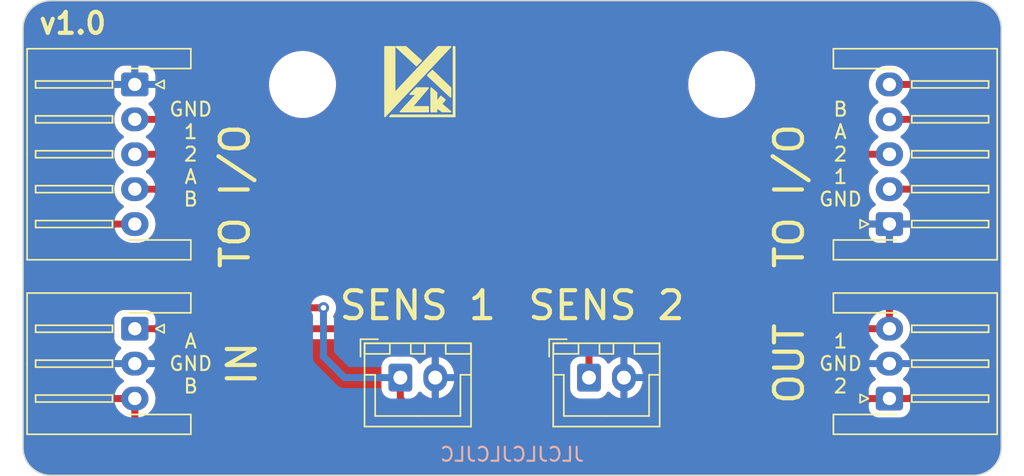
<source format=kicad_pcb>
(kicad_pcb (version 20221018) (generator pcbnew)
  (layers (0 "F.Cu" signal) (31 "B.Cu" signal) (34 "B.Paste" user) (35 "F.Paste" user) (36 "B.SilkS" user "B.Silkscreen") (37 "F.SilkS" user "F.Silkscreen") (38 "B.Mask" user) (39 "F.Mask" user) (44 "Edge.Cuts" user))
  (net 0 "")
  (net 1 "SENS_1")
  (net 2 "GND")
  (net 3 "SENS_2")
  (net 4 "SENS_A")
  (net 5 "SENS_B")
  (footprint "Connector_JST:JST_XH_B2B-XH-A_1x02_P2.50mm_Vertical" (layer "F.Cu") (at 107 91)
    (fp_text reference "J1" hide)
    (fp_text value "XH-2")
    (fp_line (start -2.85 -2.75) (end -2.85 -1.5) (stroke (width 0.12)) (layer "F.SilkS"))
    (fp_line (start -2.56 -2.46) (end -2.56 3.51) (stroke (width 0.12)) (layer "F.SilkS"))
    (fp_line (start -2.56 3.51) (end 5.06 3.51) (stroke (width 0.12)) (layer "F.SilkS"))
    (fp_line (start -2.55 -2.45) (end -2.55 -1.7) (stroke (width 0.12)) (layer "F.SilkS"))
    (fp_line (start -2.55 -1.7) (end -0.75 -1.7) (stroke (width 0.12)) (layer "F.SilkS"))
    (fp_line (start -2.55 -0.2) (end -1.8 -0.2) (stroke (width 0.12)) (layer "F.SilkS"))
    (fp_line (start -1.8 -0.2) (end -1.8 2.75) (stroke (width 0.12)) (layer "F.SilkS"))
    (fp_line (start -1.8 2.75) (end 1.25 2.75) (stroke (width 0.12)) (layer "F.SilkS"))
    (fp_line (start -1.6 -2.75) (end -2.85 -2.75) (stroke (width 0.12)) (layer "F.SilkS"))
    (fp_line (start -0.75 -2.45) (end -2.55 -2.45) (stroke (width 0.12)) (layer "F.SilkS"))
    (fp_line (start -0.75 -1.7) (end -0.75 -2.45) (stroke (width 0.12)) (layer "F.SilkS"))
    (fp_line (start 0.75 -2.45) (end 0.75 -1.7) (stroke (width 0.12)) (layer "F.SilkS"))
    (fp_line (start 0.75 -1.7) (end 1.75 -1.7) (stroke (width 0.12)) (layer "F.SilkS"))
    (fp_line (start 1.75 -2.45) (end 0.75 -2.45) (stroke (width 0.12)) (layer "F.SilkS"))
    (fp_line (start 1.75 -1.7) (end 1.75 -2.45) (stroke (width 0.12)) (layer "F.SilkS"))
    (fp_line (start 3.25 -2.45) (end 3.25 -1.7) (stroke (width 0.12)) (layer "F.SilkS"))
    (fp_line (start 3.25 -1.7) (end 5.05 -1.7) (stroke (width 0.12)) (layer "F.SilkS"))
    (fp_line (start 4.3 -0.2) (end 4.3 2.75) (stroke (width 0.12)) (layer "F.SilkS"))
    (fp_line (start 4.3 2.75) (end 1.25 2.75) (stroke (width 0.12)) (layer "F.SilkS"))
    (fp_line (start 5.05 -2.45) (end 3.25 -2.45) (stroke (width 0.12)) (layer "F.SilkS"))
    (fp_line (start 5.05 -1.7) (end 5.05 -2.45) (stroke (width 0.12)) (layer "F.SilkS"))
    (fp_line (start 5.05 -0.2) (end 4.3 -0.2) (stroke (width 0.12)) (layer "F.SilkS"))
    (fp_line (start 5.06 -2.46) (end -2.56 -2.46) (stroke (width 0.12)) (layer "F.SilkS"))
    (fp_line (start 5.06 3.51) (end 5.06 -2.46) (stroke (width 0.12)) (layer "F.SilkS"))
    (pad "1" thru_hole roundrect (at 0 0) (size 1.7 2) (drill 1) (layers "*.Cu" "*.Mask") (roundrect_rratio 0.1470588235) (net 1 "SENS_1"))
    (pad "2" thru_hole oval (at 2.5 0) (size 1.7 2) (drill 1) (layers "*.Cu" "*.Mask") (net 2 "GND"))
  )
  (footprint "MountingHole:MountingHole_4.3mm_M4" (layer "F.Cu") (at 100 70)
    (fp_text reference "H1" hide)
    (fp_text value "M4 Hole")
    (pad "" np_thru_hole circle (at 0 0) (size 4.3 4.3) (drill 4.3) (layers "*.Cu" "*.Mask"))
  )
  (footprint "Connector_JST:JST_XH_S5B-XH-A-1_1x05_P2.50mm_Horizontal" (layer "F.Cu") (at 142 80 90)
    (fp_text reference "J6" hide)
    (fp_text value "XH-5")
    (fp_line (start -2.56 -4.01) (end -1.14 -4.01) (stroke (width 0.12)) (layer "F.SilkS"))
    (fp_line (start -2.56 7.71) (end -2.56 -4.01) (stroke (width 0.12)) (layer "F.SilkS"))
    (fp_line (start -1.14 -4.01) (end -1.14 0.49) (stroke (width 0.12)) (layer "F.SilkS"))
    (fp_line (start -0.3 -2.1) (end 0.3 -2.1) (stroke (width 0.12)) (layer "F.SilkS"))
    (fp_line (start -0.25 1.6) (end -0.25 7.1) (stroke (width 0.12)) (layer "F.SilkS"))
    (fp_line (start -0.25 7.1) (end 0.25 7.1) (stroke (width 0.12)) (layer "F.SilkS"))
    (fp_line (start 0 -1.5) (end -0.3 -2.1) (stroke (width 0.12)) (layer "F.SilkS"))
    (fp_line (start 0.25 1.6) (end -0.25 1.6) (stroke (width 0.12)) (layer "F.SilkS"))
    (fp_line (start 0.25 7.1) (end 0.25 1.6) (stroke (width 0.12)) (layer "F.SilkS"))
    (fp_line (start 0.3 -2.1) (end 0 -1.5) (stroke (width 0.12)) (layer "F.SilkS"))
    (fp_line (start 2.25 1.6) (end 2.25 7.1) (stroke (width 0.12)) (layer "F.SilkS"))
    (fp_line (start 2.25 7.1) (end 2.75 7.1) (stroke (width 0.12)) (layer "F.SilkS"))
    (fp_line (start 2.75 1.6) (end 2.25 1.6) (stroke (width 0.12)) (layer "F.SilkS"))
    (fp_line (start 2.75 7.1) (end 2.75 1.6) (stroke (width 0.12)) (layer "F.SilkS"))
    (fp_line (start 4.75 1.6) (end 4.75 7.1) (stroke (width 0.12)) (layer "F.SilkS"))
    (fp_line (start 4.75 7.1) (end 5.25 7.1) (stroke (width 0.12)) (layer "F.SilkS"))
    (fp_line (start 5 7.71) (end -2.56 7.71) (stroke (width 0.12)) (layer "F.SilkS"))
    (fp_line (start 5 7.71) (end 12.56 7.71) (stroke (width 0.12)) (layer "F.SilkS"))
    (fp_line (start 5.25 1.6) (end 4.75 1.6) (stroke (width 0.12)) (layer "F.SilkS"))
    (fp_line (start 5.25 7.1) (end 5.25 1.6) (stroke (width 0.12)) (layer "F.SilkS"))
    (fp_line (start 7.25 1.6) (end 7.25 7.1) (stroke (width 0.12)) (layer "F.SilkS"))
    (fp_line (start 7.25 7.1) (end 7.75 7.1) (stroke (width 0.12)) (layer "F.SilkS"))
    (fp_line (start 7.75 1.6) (end 7.25 1.6) (stroke (width 0.12)) (layer "F.SilkS"))
    (fp_line (start 7.75 7.1) (end 7.75 1.6) (stroke (width 0.12)) (layer "F.SilkS"))
    (fp_line (start 9.75 1.6) (end 9.75 7.1) (stroke (width 0.12)) (layer "F.SilkS"))
    (fp_line (start 9.75 7.1) (end 10.25 7.1) (stroke (width 0.12)) (layer "F.SilkS"))
    (fp_line (start 10.25 1.6) (end 9.75 1.6) (stroke (width 0.12)) (layer "F.SilkS"))
    (fp_line (start 10.25 7.1) (end 10.25 1.6) (stroke (width 0.12)) (layer "F.SilkS"))
    (fp_line (start 11.14 -4.01) (end 11.14 0.49) (stroke (width 0.12)) (layer "F.SilkS"))
    (fp_line (start 12.56 -4.01) (end 11.14 -4.01) (stroke (width 0.12)) (layer "F.SilkS"))
    (fp_line (start 12.56 7.71) (end 12.56 -4.01) (stroke (width 0.12)) (layer "F.SilkS"))
    (pad "1" thru_hole roundrect (at 0 0 90) (size 1.7 1.95) (drill 0.95) (layers "*.Cu" "*.Mask") (roundrect_rratio 0.1470588235) (net 2 "GND"))
    (pad "2" thru_hole oval (at 2.5 0 90) (size 1.7 1.95) (drill 0.95) (layers "*.Cu" "*.Mask") (net 1 "SENS_1"))
    (pad "3" thru_hole oval (at 5 0 90) (size 1.7 1.95) (drill 0.95) (layers "*.Cu" "*.Mask") (net 3 "SENS_2"))
    (pad "4" thru_hole oval (at 7.5 0 90) (size 1.7 1.95) (drill 0.95) (layers "*.Cu" "*.Mask") (net 4 "SENS_A"))
    (pad "5" thru_hole oval (at 10 0 90) (size 1.7 1.95) (drill 0.95) (layers "*.Cu" "*.Mask") (net 5 "SENS_B"))
  )
  (footprint "Connector_JST:JST_XH_S3B-XH-A-1_1x03_P2.50mm_Horizontal" (layer "F.Cu") (at 88 87.5 -90)
    (fp_text reference "J4" hide)
    (fp_text value "XH-3")
    (fp_line (start -2.56 -4.01) (end -1.14 -4.01) (stroke (width 0.12)) (layer "F.SilkS"))
    (fp_line (start -2.56 7.71) (end -2.56 -4.01) (stroke (width 0.12)) (layer "F.SilkS"))
    (fp_line (start -1.14 -4.01) (end -1.14 0.49) (stroke (width 0.12)) (layer "F.SilkS"))
    (fp_line (start -0.3 -2.1) (end 0.3 -2.1) (stroke (width 0.12)) (layer "F.SilkS"))
    (fp_line (start -0.25 1.6) (end -0.25 7.1) (stroke (width 0.12)) (layer "F.SilkS"))
    (fp_line (start -0.25 7.1) (end 0.25 7.1) (stroke (width 0.12)) (layer "F.SilkS"))
    (fp_line (start 0 -1.5) (end -0.3 -2.1) (stroke (width 0.12)) (layer "F.SilkS"))
    (fp_line (start 0.25 1.6) (end -0.25 1.6) (stroke (width 0.12)) (layer "F.SilkS"))
    (fp_line (start 0.25 7.1) (end 0.25 1.6) (stroke (width 0.12)) (layer "F.SilkS"))
    (fp_line (start 0.3 -2.1) (end 0 -1.5) (stroke (width 0.12)) (layer "F.SilkS"))
    (fp_line (start 2.25 1.6) (end 2.25 7.1) (stroke (width 0.12)) (layer "F.SilkS"))
    (fp_line (start 2.25 7.1) (end 2.75 7.1) (stroke (width 0.12)) (layer "F.SilkS"))
    (fp_line (start 2.5 7.71) (end -2.56 7.71) (stroke (width 0.12)) (layer "F.SilkS"))
    (fp_line (start 2.5 7.71) (end 7.56 7.71) (stroke (width 0.12)) (layer "F.SilkS"))
    (fp_line (start 2.75 1.6) (end 2.25 1.6) (stroke (width 0.12)) (layer "F.SilkS"))
    (fp_line (start 2.75 7.1) (end 2.75 1.6) (stroke (width 0.12)) (layer "F.SilkS"))
    (fp_line (start 4.75 1.6) (end 4.75 7.1) (stroke (width 0.12)) (layer "F.SilkS"))
    (fp_line (start 4.75 7.1) (end 5.25 7.1) (stroke (width 0.12)) (layer "F.SilkS"))
    (fp_line (start 5.25 1.6) (end 4.75 1.6) (stroke (width 0.12)) (layer "F.SilkS"))
    (fp_line (start 5.25 7.1) (end 5.25 1.6) (stroke (width 0.12)) (layer "F.SilkS"))
    (fp_line (start 6.14 -4.01) (end 6.14 0.49) (stroke (width 0.12)) (layer "F.SilkS"))
    (fp_line (start 7.56 -4.01) (end 6.14 -4.01) (stroke (width 0.12)) (layer "F.SilkS"))
    (fp_line (start 7.56 7.71) (end 7.56 -4.01) (stroke (width 0.12)) (layer "F.SilkS"))
    (pad "1" thru_hole roundrect (at 0 0 270) (size 1.7 1.95) (drill 0.95) (layers "*.Cu" "*.Mask") (roundrect_rratio 0.1470588235) (net 4 "SENS_A"))
    (pad "2" thru_hole oval (at 2.5 0 270) (size 1.7 1.95) (drill 0.95) (layers "*.Cu" "*.Mask") (net 2 "GND"))
    (pad "3" thru_hole oval (at 5 0 270) (size 1.7 1.95) (drill 0.95) (layers "*.Cu" "*.Mask") (net 5 "SENS_B"))
  )
  (footprint "Connector_JST:JST_XH_S3B-XH-A-1_1x03_P2.50mm_Horizontal" (layer "F.Cu") (at 142 92.5 90)
    (fp_text reference "J3" hide)
    (fp_text value "XH-3")
    (fp_line (start -2.56 -4.01) (end -1.14 -4.01) (stroke (width 0.12)) (layer "F.SilkS"))
    (fp_line (start -2.56 7.71) (end -2.56 -4.01) (stroke (width 0.12)) (layer "F.SilkS"))
    (fp_line (start -1.14 -4.01) (end -1.14 0.49) (stroke (width 0.12)) (layer "F.SilkS"))
    (fp_line (start -0.3 -2.1) (end 0.3 -2.1) (stroke (width 0.12)) (layer "F.SilkS"))
    (fp_line (start -0.25 1.6) (end -0.25 7.1) (stroke (width 0.12)) (layer "F.SilkS"))
    (fp_line (start -0.25 7.1) (end 0.25 7.1) (stroke (width 0.12)) (layer "F.SilkS"))
    (fp_line (start 0 -1.5) (end -0.3 -2.1) (stroke (width 0.12)) (layer "F.SilkS"))
    (fp_line (start 0.25 1.6) (end -0.25 1.6) (stroke (width 0.12)) (layer "F.SilkS"))
    (fp_line (start 0.25 7.1) (end 0.25 1.6) (stroke (width 0.12)) (layer "F.SilkS"))
    (fp_line (start 0.3 -2.1) (end 0 -1.5) (stroke (width 0.12)) (layer "F.SilkS"))
    (fp_line (start 2.25 1.6) (end 2.25 7.1) (stroke (width 0.12)) (layer "F.SilkS"))
    (fp_line (start 2.25 7.1) (end 2.75 7.1) (stroke (width 0.12)) (layer "F.SilkS"))
    (fp_line (start 2.5 7.71) (end -2.56 7.71) (stroke (width 0.12)) (layer "F.SilkS"))
    (fp_line (start 2.5 7.71) (end 7.56 7.71) (stroke (width 0.12)) (layer "F.SilkS"))
    (fp_line (start 2.75 1.6) (end 2.25 1.6) (stroke (width 0.12)) (layer "F.SilkS"))
    (fp_line (start 2.75 7.1) (end 2.75 1.6) (stroke (width 0.12)) (layer "F.SilkS"))
    (fp_line (start 4.75 1.6) (end 4.75 7.1) (stroke (width 0.12)) (layer "F.SilkS"))
    (fp_line (start 4.75 7.1) (end 5.25 7.1) (stroke (width 0.12)) (layer "F.SilkS"))
    (fp_line (start 5.25 1.6) (end 4.75 1.6) (stroke (width 0.12)) (layer "F.SilkS"))
    (fp_line (start 5.25 7.1) (end 5.25 1.6) (stroke (width 0.12)) (layer "F.SilkS"))
    (fp_line (start 6.14 -4.01) (end 6.14 0.49) (stroke (width 0.12)) (layer "F.SilkS"))
    (fp_line (start 7.56 -4.01) (end 6.14 -4.01) (stroke (width 0.12)) (layer "F.SilkS"))
    (fp_line (start 7.56 7.71) (end 7.56 -4.01) (stroke (width 0.12)) (layer "F.SilkS"))
    (pad "1" thru_hole roundrect (at 0 0 90) (size 1.7 1.95) (drill 0.95) (layers "*.Cu" "*.Mask") (roundrect_rratio 0.1470588235) (net 1 "SENS_1"))
    (pad "2" thru_hole oval (at 2.5 0 90) (size 1.7 1.95) (drill 0.95) (layers "*.Cu" "*.Mask") (net 2 "GND"))
    (pad "3" thru_hole oval (at 5 0 90) (size 1.7 1.95) (drill 0.95) (layers "*.Cu" "*.Mask") (net 3 "SENS_2"))
  )
  (footprint "MountingHole:MountingHole_4.3mm_M4" (layer "F.Cu") (at 130 70)
    (fp_text reference "H2" hide)
    (fp_text value "M4 Hole")
    (pad "" np_thru_hole circle (at 0 0) (size 4.3 4.3) (drill 4.3) (layers "*.Cu" "*.Mask"))
  )
  (footprint "Connector_JST:JST_XH_B2B-XH-A_1x02_P2.50mm_Vertical" (layer "F.Cu") (at 120.5 91)
    (fp_text reference "J2" hide)
    (fp_text value "XH-2")
    (fp_line (start -2.85 -2.75) (end -2.85 -1.5) (stroke (width 0.12)) (layer "F.SilkS"))
    (fp_line (start -2.56 -2.46) (end -2.56 3.51) (stroke (width 0.12)) (layer "F.SilkS"))
    (fp_line (start -2.56 3.51) (end 5.06 3.51) (stroke (width 0.12)) (layer "F.SilkS"))
    (fp_line (start -2.55 -2.45) (end -2.55 -1.7) (stroke (width 0.12)) (layer "F.SilkS"))
    (fp_line (start -2.55 -1.7) (end -0.75 -1.7) (stroke (width 0.12)) (layer "F.SilkS"))
    (fp_line (start -2.55 -0.2) (end -1.8 -0.2) (stroke (width 0.12)) (layer "F.SilkS"))
    (fp_line (start -1.8 -0.2) (end -1.8 2.75) (stroke (width 0.12)) (layer "F.SilkS"))
    (fp_line (start -1.8 2.75) (end 1.25 2.75) (stroke (width 0.12)) (layer "F.SilkS"))
    (fp_line (start -1.6 -2.75) (end -2.85 -2.75) (stroke (width 0.12)) (layer "F.SilkS"))
    (fp_line (start -0.75 -2.45) (end -2.55 -2.45) (stroke (width 0.12)) (layer "F.SilkS"))
    (fp_line (start -0.75 -1.7) (end -0.75 -2.45) (stroke (width 0.12)) (layer "F.SilkS"))
    (fp_line (start 0.75 -2.45) (end 0.75 -1.7) (stroke (width 0.12)) (layer "F.SilkS"))
    (fp_line (start 0.75 -1.7) (end 1.75 -1.7) (stroke (width 0.12)) (layer "F.SilkS"))
    (fp_line (start 1.75 -2.45) (end 0.75 -2.45) (stroke (width 0.12)) (layer "F.SilkS"))
    (fp_line (start 1.75 -1.7) (end 1.75 -2.45) (stroke (width 0.12)) (layer "F.SilkS"))
    (fp_line (start 3.25 -2.45) (end 3.25 -1.7) (stroke (width 0.12)) (layer "F.SilkS"))
    (fp_line (start 3.25 -1.7) (end 5.05 -1.7) (stroke (width 0.12)) (layer "F.SilkS"))
    (fp_line (start 4.3 -0.2) (end 4.3 2.75) (stroke (width 0.12)) (layer "F.SilkS"))
    (fp_line (start 4.3 2.75) (end 1.25 2.75) (stroke (width 0.12)) (layer "F.SilkS"))
    (fp_line (start 5.05 -2.45) (end 3.25 -2.45) (stroke (width 0.12)) (layer "F.SilkS"))
    (fp_line (start 5.05 -1.7) (end 5.05 -2.45) (stroke (width 0.12)) (layer "F.SilkS"))
    (fp_line (start 5.05 -0.2) (end 4.3 -0.2) (stroke (width 0.12)) (layer "F.SilkS"))
    (fp_line (start 5.06 -2.46) (end -2.56 -2.46) (stroke (width 0.12)) (layer "F.SilkS"))
    (fp_line (start 5.06 3.51) (end 5.06 -2.46) (stroke (width 0.12)) (layer "F.SilkS"))
    (pad "1" thru_hole roundrect (at 0 0) (size 1.7 2) (drill 1) (layers "*.Cu" "*.Mask") (roundrect_rratio 0.1470588235) (net 3 "SENS_2"))
    (pad "2" thru_hole oval (at 2.5 0) (size 1.7 2) (drill 1) (layers "*.Cu" "*.Mask") (net 2 "GND"))
  )
  (footprint "VXZK:vxzk_logo" (layer "F.Cu") (at 108.4 69.8)
    (fp_text reference "G***" hide)
    (fp_text value "LOGO" hide)
    (fp_poly (pts (xy 0.1 -1.5) (xy -0.25 -1.15) (xy -1.7 -2.5) (xy -1 -2.5)) (stroke (width 0.1)) (fill solid) (layer "F.SilkS"))
    (fp_poly (pts (xy 2.2 0.45) (xy 2.2 1.1) (xy 0.55 -0.45) (xy 0.9 -0.8)) (stroke (width 0.1)) (fill solid) (layer "F.SilkS"))
    (fp_poly (pts (xy -1.8 0.8) (xy 1.3 -2.5) (xy 2.2 -2.5) (xy -2.5 2.5) (xy -2.5 -2.5) (xy -1.8 -2.5)) (stroke (width 0.1)) (fill solid) (layer "F.SilkS"))
    (fp_poly (pts (xy 2.5 2.5) (xy -2.15 2.5) (xy -2.05 2.4) (xy 2.4 2.4) (xy 2.4 -2.5) (xy 2.5 -2.5)) (stroke (width 0.1)) (fill solid) (layer "F.SilkS"))
    (fp_poly (pts (xy -0.55 1.8) (xy 0.6 1.8) (xy 0.6 2.15) (xy -1.4 2.15) (xy -0.25 0.9) (xy -0.7 0.9) (xy -0.25 0.45) (xy 0.6 0.45)) (stroke (width 0.1)) (fill solid) (layer "F.SilkS"))
    (fp_poly (pts (xy 1.2 0.8) (xy 1.2 1.45) (xy 1.5 1.05) (xy 1.8 1.3) (xy 1.55 1.6) (xy 2.2 2.15) (xy 1.6 2.15) (xy 1.2 1.85) (xy 1.2 2.15) (xy 0.8 2.15) (xy 0.8 0.45)) (stroke (width 0.1)) (fill solid) (layer "F.SilkS"))
  )
  (footprint "Connector_JST:JST_XH_S5B-XH-A-1_1x05_P2.50mm_Horizontal" (layer "F.Cu") (at 88 70 -90)
    (fp_text reference "J5" hide)
    (fp_text value "XH-5")
    (fp_line (start -2.56 -4.01) (end -1.14 -4.01) (stroke (width 0.12)) (layer "F.SilkS"))
    (fp_line (start -2.56 7.71) (end -2.56 -4.01) (stroke (width 0.12)) (layer "F.SilkS"))
    (fp_line (start -1.14 -4.01) (end -1.14 0.49) (stroke (width 0.12)) (layer "F.SilkS"))
    (fp_line (start -0.3 -2.1) (end 0.3 -2.1) (stroke (width 0.12)) (layer "F.SilkS"))
    (fp_line (start -0.25 1.6) (end -0.25 7.1) (stroke (width 0.12)) (layer "F.SilkS"))
    (fp_line (start -0.25 7.1) (end 0.25 7.1) (stroke (width 0.12)) (layer "F.SilkS"))
    (fp_line (start 0 -1.5) (end -0.3 -2.1) (stroke (width 0.12)) (layer "F.SilkS"))
    (fp_line (start 0.25 1.6) (end -0.25 1.6) (stroke (width 0.12)) (layer "F.SilkS"))
    (fp_line (start 0.25 7.1) (end 0.25 1.6) (stroke (width 0.12)) (layer "F.SilkS"))
    (fp_line (start 0.3 -2.1) (end 0 -1.5) (stroke (width 0.12)) (layer "F.SilkS"))
    (fp_line (start 2.25 1.6) (end 2.25 7.1) (stroke (width 0.12)) (layer "F.SilkS"))
    (fp_line (start 2.25 7.1) (end 2.75 7.1) (stroke (width 0.12)) (layer "F.SilkS"))
    (fp_line (start 2.75 1.6) (end 2.25 1.6) (stroke (width 0.12)) (layer "F.SilkS"))
    (fp_line (start 2.75 7.1) (end 2.75 1.6) (stroke (width 0.12)) (layer "F.SilkS"))
    (fp_line (start 4.75 1.6) (end 4.75 7.1) (stroke (width 0.12)) (layer "F.SilkS"))
    (fp_line (start 4.75 7.1) (end 5.25 7.1) (stroke (width 0.12)) (layer "F.SilkS"))
    (fp_line (start 5 7.71) (end -2.56 7.71) (stroke (width 0.12)) (layer "F.SilkS"))
    (fp_line (start 5 7.71) (end 12.56 7.71) (stroke (width 0.12)) (layer "F.SilkS"))
    (fp_line (start 5.25 1.6) (end 4.75 1.6) (stroke (width 0.12)) (layer "F.SilkS"))
    (fp_line (start 5.25 7.1) (end 5.25 1.6) (stroke (width 0.12)) (layer "F.SilkS"))
    (fp_line (start 7.25 1.6) (end 7.25 7.1) (stroke (width 0.12)) (layer "F.SilkS"))
    (fp_line (start 7.25 7.1) (end 7.75 7.1) (stroke (width 0.12)) (layer "F.SilkS"))
    (fp_line (start 7.75 1.6) (end 7.25 1.6) (stroke (width 0.12)) (layer "F.SilkS"))
    (fp_line (start 7.75 7.1) (end 7.75 1.6) (stroke (width 0.12)) (layer "F.SilkS"))
    (fp_line (start 9.75 1.6) (end 9.75 7.1) (stroke (width 0.12)) (layer "F.SilkS"))
    (fp_line (start 9.75 7.1) (end 10.25 7.1) (stroke (width 0.12)) (layer "F.SilkS"))
    (fp_line (start 10.25 1.6) (end 9.75 1.6) (stroke (width 0.12)) (layer "F.SilkS"))
    (fp_line (start 10.25 7.1) (end 10.25 1.6) (stroke (width 0.12)) (layer "F.SilkS"))
    (fp_line (start 11.14 -4.01) (end 11.14 0.49) (stroke (width 0.12)) (layer "F.SilkS"))
    (fp_line (start 12.56 -4.01) (end 11.14 -4.01) (stroke (width 0.12)) (layer "F.SilkS"))
    (fp_line (start 12.56 7.71) (end 12.56 -4.01) (stroke (width 0.12)) (layer "F.SilkS"))
    (pad "1" thru_hole roundrect (at 0 0 270) (size 1.7 1.95) (drill 0.95) (layers "*.Cu" "*.Mask") (roundrect_rratio 0.1470588235) (net 2 "GND"))
    (pad "2" thru_hole oval (at 2.5 0 270) (size 1.7 1.95) (drill 0.95) (layers "*.Cu" "*.Mask") (net 1 "SENS_1"))
    (pad "3" thru_hole oval (at 5 0 270) (size 1.7 1.95) (drill 0.95) (layers "*.Cu" "*.Mask") (net 3 "SENS_2"))
    (pad "4" thru_hole oval (at 7.5 0 270) (size 1.7 1.95) (drill 0.95) (layers "*.Cu" "*.Mask") (net 4 "SENS_A"))
    (pad "5" thru_hole oval (at 10 0 270) (size 1.7 1.95) (drill 0.95) (layers "*.Cu" "*.Mask") (net 5 "SENS_B"))
  )
  (gr_arc (start 80 66) (mid 80.585786 64.585786) (end 82 64) (stroke (width 0.1)) (layer "Edge.Cuts"))
  (gr_line (start 148 98) (end 82.000001 98) (stroke (width 0.1)) (layer "Edge.Cuts"))
  (gr_arc (start 150 96) (mid 149.414214 97.414214) (end 148 98) (stroke (width 0.1)) (layer "Edge.Cuts"))
  (gr_line (start 80.000001 96) (end 80 66) (stroke (width 0.1)) (layer "Edge.Cuts"))
  (gr_line (start 149.999999 66.000001) (end 150 96) (stroke (width 0.1)) (layer "Edge.Cuts"))
  (gr_line (start 82 64) (end 147.999999 64) (stroke (width 0.1)) (layer "Edge.Cuts"))
  (gr_arc (start 147.999999 64.000001) (mid 149.414213 64.585787) (end 149.999999 66.000001) (stroke (width 0.1)) (layer "Edge.Cuts"))
  (gr_arc (start 82.000001 98) (mid 80.585787 97.414214) (end 80.000001 96) (stroke (width 0.1)) (layer "Edge.Cuts"))
  (gr_text "JLCJLCJLCJLC" (at 115 96.5) (layer "B.SilkS") (effects (font (size 1 1)) (justify mirror)))
  (gr_text "SENS 1" (at 108.25 87) (layer "F.SilkS") (effects (font (size 2 2) (thickness 0.3)) (justify bottom)))
  (gr_text "GND\n1\n2\nA\nB" (at 92 75) (layer "F.SilkS") (effects (font (size 1 1))))
  (gr_text "A\nGND\nB" (at 92 90) (layer "F.SilkS") (effects (font (size 1 1))))
  (gr_text "TO I/O" (at 94 78 90) (layer "F.SilkS") (effects (font (size 2 2) (thickness 0.3)) (justify top)))
  (gr_text "OUT" (at 136 90 90) (layer "F.SilkS") (effects (font (size 2 2) (thickness 0.3)) (justify bottom)))
  (gr_text "1\nGND\n2" (at 138.5 90) (layer "F.SilkS") (effects (font (size 1 1))))
  (gr_text "TO I/O" (at 136 78 90) (layer "F.SilkS") (effects (font (size 2 2) (thickness 0.3)) (justify bottom)))
  (gr_text "IN" (at 94.5 90 90) (layer "F.SilkS") (effects (font (size 2 2) (thickness 0.3)) (justify top)))
  (gr_text "B\nA\n2\n1\nGND" (at 138.5 75) (layer "F.SilkS") (effects (font (size 1 1))))
  (gr_text "v1.0" (at 81 66.5) (layer "F.SilkS") (effects (font (size 1.5 1.5) (thickness 0.3) bold) (justify left bottom)))
  (gr_text "SENS 2" (at 121.75 87) (layer "F.SilkS") (effects (font (size 2 2) (thickness 0.3)) (justify bottom)))
  (segment (start 90.25 72.5) (end 93.5 75.75) (width 0.5) (layer "F.Cu") (net 1))
  (segment (start 140.5 92.5) (end 139.5 93.5) (width 0.5) (layer "F.Cu") (net 1))
  (segment (start 93.5 85) (end 94.5 86) (width 0.5) (layer "F.Cu") (net 1))
  (segment (start 143.5 92.5) (end 142 92.5) (width 0.5) (layer "F.Cu") (net 1))
  (segment (start 142 77.5) (end 143.75 77.5) (width 0.5) (layer "F.Cu") (net 1))
  (segment (start 142 92.5) (end 140.5 92.5) (width 0.5) (layer "F.Cu") (net 1))
  (segment (start 144.5 78.25) (end 144.5 91.5) (width 0.5) (layer "F.Cu") (net 1))
  (segment (start 94.5 86) (end 101.5 86) (width 0.5) (layer "F.Cu") (net 1))
  (segment (start 107 92.5) (end 108 93.5) (width 0.5) (layer "F.Cu") (net 1))
  (segment (start 93.5 75.75) (end 93.5 85) (width 0.5) (layer "F.Cu") (net 1))
  (segment (start 139.5 93.5) (end 108 93.5) (width 0.5) (layer "F.Cu") (net 1))
  (segment (start 143.75 77.5) (end 144.5 78.25) (width 0.5) (layer "F.Cu") (net 1))
  (segment (start 88 72.5) (end 90.25 72.5) (width 0.5) (layer "F.Cu") (net 1))
  (segment (start 144.5 91.5) (end 143.5 92.5) (width 0.5) (layer "F.Cu") (net 1))
  (segment (start 107 91) (end 107 92.5) (width 0.5) (layer "F.Cu") (net 1))
  (via (at 101.5 86) (size 0.8) (drill 0.4) (layers "F.Cu" "B.Cu") (net 1))
  (segment (start 101.5 86) (end 101.5 89.5) (width 0.5) (layer "B.Cu") (net 1))
  (segment (start 103 91) (end 107 91) (width 0.5) (layer "B.Cu") (net 1))
  (segment (start 101.5 89.5) (end 103 91) (width 0.5) (layer "B.Cu") (net 1))
  (segment (start 122 87.5) (end 142 87.5) (width 0.5) (layer "F.Cu") (net 3))
  (segment (start 92 76.5) (end 92 84) (width 0.5) (layer "F.Cu") (net 3))
  (segment (start 139.5 83.5) (end 142 86) (width 0.5) (layer "F.Cu") (net 3))
  (segment (start 139.5 75.75) (end 139.5 83.5) (width 0.5) (layer "F.Cu") (net 3))
  (segment (start 120.5 91) (end 120.5 89) (width 0.5) (layer "F.Cu") (net 3))
  (segment (start 140.25 75) (end 139.5 75.75) (width 0.5) (layer "F.Cu") (net 3))
  (segment (start 119 87.5) (end 93.5 87.5) (width 0.5) (layer "F.Cu") (net 3))
  (segment (start 93.5 87.5) (end 92 86) (width 0.5) (layer "F.Cu") (net 3))
  (segment (start 142 75) (end 140.25 75) (width 0.5) (layer "F.Cu") (net 3))
  (segment (start 92 86) (end 92 84) (width 0.5) (layer "F.Cu") (net 3))
  (segment (start 120.5 89) (end 119 87.5) (width 0.5) (layer "F.Cu") (net 3))
  (segment (start 142 86) (end 142 87.5) (width 0.5) (layer "F.Cu") (net 3))
  (segment (start 88 75) (end 90.5 75) (width 0.5) (layer "F.Cu") (net 3))
  (segment (start 120.5 89) (end 122 87.5) (width 0.5) (layer "F.Cu") (net 3))
  (segment (start 90.5 75) (end 92 76.5) (width 0.5) (layer "F.Cu") (net 3))
  (segment (start 92 95) (end 90.5 93.5) (width 0.5) (layer "F.Cu") (net 4))
  (segment (start 145.5 93) (end 143.5 95) (width 0.5) (layer "F.Cu") (net 4))
  (segment (start 143.5 95) (end 92 95) (width 0.5) (layer "F.Cu") (net 4))
  (segment (start 90.5 88.5) (end 89.5 87.5) (width 0.5) (layer "F.Cu") (net 4))
  (segment (start 145.5 73.5) (end 145.5 93) (width 0.5) (layer "F.Cu") (net 4))
  (segment (start 89.5 77.5) (end 90.5 78.5) (width 0.5) (layer "F.Cu") (net 4))
  (segment (start 89.5 87.5) (end 88 87.5) (width 0.5) (layer "F.Cu") (net 4))
  (segment (start 144.5 72.5) (end 145.5 73.5) (width 0.5) (layer "F.Cu") (net 4))
  (segment (start 90.5 78.5) (end 90.5 86.5) (width 0.5) (layer "F.Cu") (net 4))
  (segment (start 142 72.5) (end 144.5 72.5) (width 0.5) (layer "F.Cu") (net 4))
  (segment (start 90.5 86.5) (end 89.5 87.5) (width 0.5) (layer "F.Cu") (net 4))
  (segment (start 88 77.5) (end 89.5 77.5) (width 0.5) (layer "F.Cu") (net 4))
  (segment (start 90.5 93.5) (end 90.5 88.5) (width 0.5) (layer "F.Cu") (net 4))
  (segment (start 144 70) (end 146.5 72.5) (width 0.5) (layer "F.Cu") (net 5))
  (segment (start 142 70) (end 144 70) (width 0.5) (layer "F.Cu") (net 5))
  (segment (start 88 95) (end 88 92.5) (width 0.5) (layer "F.Cu") (net 5))
  (segment (start 146.5 93.5) (end 144 96) (width 0.5) (layer "F.Cu") (net 5))
  (segment (start 88 80) (end 86.5 80) (width 0.5) (layer "F.Cu") (net 5))
  (segment (start 88 92.5) (end 86.5 92.5) (width 0.5) (layer "F.Cu") (net 5))
  (segment (start 89 96) (end 88 95) (width 0.5) (layer "F.Cu") (net 5))
  (segment (start 85.5 91.5) (end 85.5 81) (width 0.5) (layer "F.Cu") (net 5))
  (segment (start 146.5 72.5) (end 146.5 93.5) (width 0.5) (layer "F.Cu") (net 5))
  (segment (start 144 96) (end 89 96) (width 0.5) (layer "F.Cu") (net 5))
  (segment (start 86.5 92.5) (end 85.5 91.5) (width 0.5) (layer "F.Cu") (net 5))
  (segment (start 86.5 80) (end 85.5 81) (width 0.5) (layer "F.Cu") (net 5))
  (zone (net 2) (net_name "GND") (layer "F.Cu") (priority 1) (connect_pads (clearance 0.5)) (min_thickness 0.25) (fill yes (thermal_gap 0.5) (thermal_bridge_width 0.5))
    (polygon (pts (xy 80 64) (xy 150 64) (xy 150 98) (xy 80 98)))
  )
  (zone (net 2) (net_name "GND") (layer "B.Cu") (connect_pads (clearance 0.5)) (min_thickness 0.25) (fill yes (thermal_gap 0.5) (thermal_bridge_width 0.5))
    (polygon (pts (xy 80 64) (xy 150 64) (xy 150 98) (xy 80 98)))
  )
)
</source>
